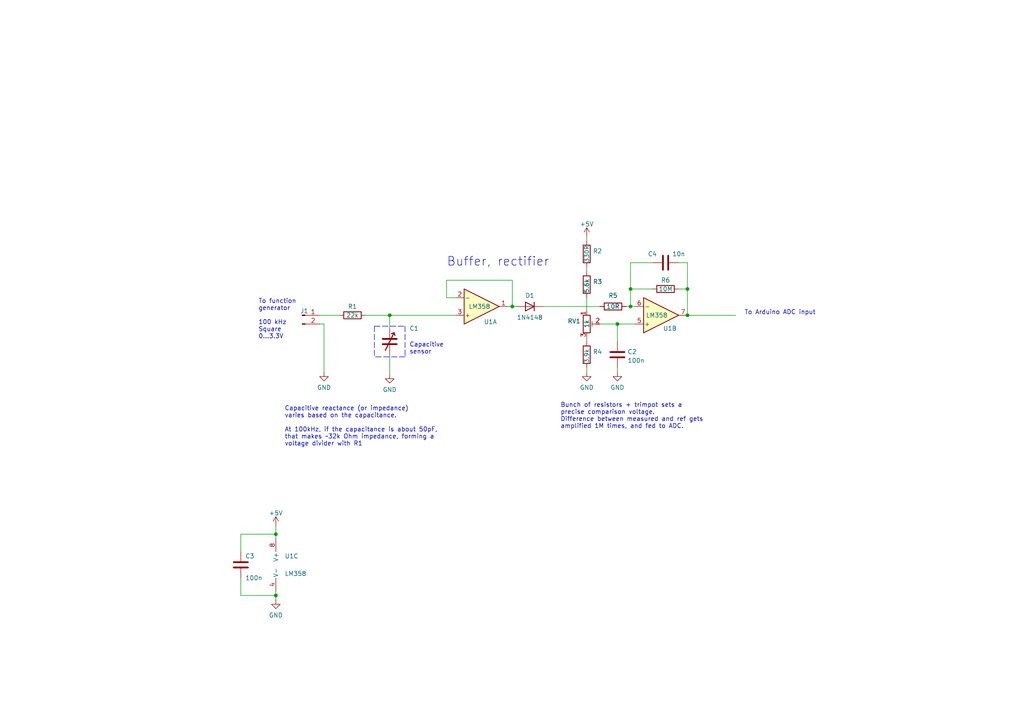
<source format=kicad_sch>
(kicad_sch (version 20211123) (generator eeschema)
  (paper "A4")
  (lib_symbols
    (symbol "Amplifier_Operational:LM358" (pin_names (offset 0.127))
      (property "Reference" "U" (at 0 5.08 0))
      (property "Value" "LM358" (at 0 -5.08 0))
      (symbol "LM358_1_1"
        (polyline (pts (xy -5.08 5.08) (xy 5.08 0) (xy -5.08 -5.08) (xy -5.08 5.08)) (stroke (width 0.254)) (fill (type background)))
        (pin output line (at 7.62 0 180) (length 2.54) (name "~") (number "1"))
        (pin input line (at -7.62 -2.54 0) (length 2.54) (name "-") (number "2"))
        (pin input line (at -7.62 2.54 0) (length 2.54) (name "+") (number "3"))
      )
      (symbol "LM358_2_1"
        (polyline (pts (xy -5.08 5.08) (xy 5.08 0) (xy -5.08 -5.08) (xy -5.08 5.08)) (stroke (width 0.254)) (fill (type background)))
        (pin input line (at -7.62 2.54 0) (length 2.54) (name "+") (number "5"))
        (pin input line (at -7.62 -2.54 0) (length 2.54) (name "-") (number "6"))
        (pin output line (at 7.62 0 180) (length 2.54) (name "~") (number "7"))
      )
      (symbol "LM358_3_1"
        (pin power_in line (at -2.54 -7.62 90) (length 3.81) (name "V-") (number "4"))
        (pin power_in line (at -2.54 7.62 270) (length 3.81) (name "V+") (number "8"))
      )
    )
    (symbol "Connector:Conn_01x02_Male" (pin_names (offset 1.016) hide)
      (property "Reference" "J" (at 0 2.54 0))
      (property "Value" "Conn_01x02_Male" (at 0 -5.08 0))
      (symbol "Conn_01x02_Male_1_1"
        (polyline (pts (xy 1.27 -2.54) (xy 0.8636 -2.54)) (stroke (width 0.1524)))
        (polyline (pts (xy 1.27 0) (xy 0.8636 0)) (stroke (width 0.1524)))
        (rectangle (start 0.8636 -2.413) (end 0 -2.667) (stroke (width 0.1524)) (fill (type outline)))
        (rectangle (start 0.8636 0.127) (end 0 -0.127) (stroke (width 0.1524)) (fill (type outline)))
        (pin passive line (at 5.08 0 180) (length 3.81) (name "Pin_1") (number "1"))
        (pin passive line (at 5.08 -2.54 180) (length 3.81) (name "Pin_2") (number "2"))
      )
    )
    (symbol "Device:C" (pin_numbers hide) (pin_names (offset 0.254))
      (property "Reference" "C" (at 0.635 2.54 0))
      (property "Value" "C" (at 0.635 -2.54 0))
      (symbol "C_0_1"
        (polyline (pts (xy -2.032 -0.762) (xy 2.032 -0.762)) (stroke (width 0.508)))
        (polyline (pts (xy -2.032 0.762) (xy 2.032 0.762)) (stroke (width 0.508)))
      )
      (symbol "C_1_1"
        (pin passive line (at 0 3.81 270) (length 2.794) (name "~") (number "1"))
        (pin passive line (at 0 -3.81 90) (length 2.794) (name "~") (number "2"))
      )
    )
    (symbol "Device:C_Variable" (pin_numbers hide) (pin_names (offset 0.254) hide)
      (property "Reference" "C" (at 0.635 -1.905 0))
      (property "Value" "C_Variable" (at 0.635 -3.81 0))
      (symbol "C_Variable_0_1"
        (polyline (pts (xy -2.032 -0.762) (xy 2.032 -0.762)) (stroke (width 0.508)))
        (polyline (pts (xy -2.032 0.762) (xy 2.032 0.762)) (stroke (width 0.508)))
        (polyline (pts (xy 1.27 2.54) (xy -1.27 -2.54)) (stroke (width 0.3048)))
        (polyline (pts (xy 1.27 2.54) (xy 0.508 2.286)) (stroke (width 0.3048)))
        (polyline (pts (xy 1.27 2.54) (xy 1.524 1.778)) (stroke (width 0.3048)))
      )
      (symbol "C_Variable_1_1"
        (pin passive line (at 0 3.81 270) (length 3.048) (name "~") (number "1"))
        (pin passive line (at 0 -3.81 90) (length 3.048) (name "~") (number "2"))
      )
    )
    (symbol "Device:D" (pin_numbers hide) (pin_names (offset 1.016) hide)
      (property "Reference" "D" (at 0 2.54 0))
      (property "Value" "D" (at 0 -2.54 0))
      (symbol "D_0_1"
        (polyline (pts (xy -1.27 1.27) (xy -1.27 -1.27)) (stroke (width 0.254)))
        (polyline (pts (xy 1.27 0) (xy -1.27 0)))
        (polyline (pts (xy 1.27 1.27) (xy 1.27 -1.27) (xy -1.27 0) (xy 1.27 1.27)) (stroke (width 0.254)))
      )
      (symbol "D_1_1"
        (pin passive line (at -3.81 0 0) (length 2.54) (name "K") (number "1"))
        (pin passive line (at 3.81 0 180) (length 2.54) (name "A") (number "2"))
      )
    )
    (symbol "Device:R" (pin_numbers hide) (pin_names (offset 0))
      (property "Reference" "R" (at 2.032 0 90))
      (property "Value" "R" (at 0 0 90))
      (symbol "R_0_1"
        (rectangle (start -1.016 -2.54) (end 1.016 2.54) (stroke (width 0.254)))
      )
      (symbol "R_1_1"
        (pin passive line (at 0 3.81 270) (length 1.27) (name "~") (number "1"))
        (pin passive line (at 0 -3.81 90) (length 1.27) (name "~") (number "2"))
      )
    )
    (symbol "Device:R_Potentiometer_Trim" (pin_names (offset 1.016) hide)
      (property "Reference" "RV" (at -4.445 0 90))
      (property "Value" "R_Potentiometer_Trim" (at -2.54 0 90))
      (symbol "R_Potentiometer_Trim_0_1"
        (polyline (pts (xy 1.524 0.762) (xy 1.524 -0.762)))
        (polyline (pts (xy 2.54 0) (xy 1.524 0)))
        (rectangle (start 1.016 2.54) (end -1.016 -2.54) (stroke (width 0.254)))
      )
      (symbol "R_Potentiometer_Trim_1_1"
        (pin passive line (at 0 3.81 270) (length 1.27) (name "1") (number "1"))
        (pin passive line (at 3.81 0 180) (length 1.27) (name "2") (number "2"))
        (pin passive line (at 0 -3.81 90) (length 1.27) (name "3") (number "3"))
      )
    )
    (symbol "power:+5V" (power) (pin_names (offset 0))
      (property "Value" "+5V" (at 0 3.556 0))
      (symbol "+5V_0_1"
        (polyline (pts (xy -0.762 1.27) (xy 0 2.54)))
        (polyline (pts (xy 0 0) (xy 0 2.54)))
        (polyline (pts (xy 0 2.54) (xy 0.762 1.27)))
      )
      (symbol "+5V_1_1"
        (pin power_in line (at 0 0 90) (length 0) hide (name "+5V") (number "1"))
      )
    )
    (symbol "power:GND" (power) (pin_names (offset 0))
      (property "Value" "GND" (at 0 -3.81 0))
      (symbol "GND_0_1"
        (polyline (pts (xy 0 0) (xy 0 -1.27) (xy 1.27 -1.27) (xy 0 -2.54) (xy -1.27 -1.27) (xy 0 -1.27)))
      )
      (symbol "GND_1_1"
        (pin power_in line (at 0 0 270) (length 0) hide (name "GND") (number "1"))
      )
    )
  )
  (junction (at 182.88 88.9))
  (junction (at 148.59 88.9))
  (junction (at 179.07 93.98))
  (junction (at 80.01 172.72))
  (junction (at 199.39 83.82))
  (junction (at 199.39 91.44))
  (junction (at 113.03 91.44))
  (junction (at 80.01 154.94))
  (junction (at 182.88 83.82))
  (wire (pts (xy 173.99 93.98) (xy 179.07 93.98)))
  (wire (pts (xy 148.59 88.9) (xy 147.32 88.9)))
  (wire (pts (xy 80.01 154.94) (xy 80.01 156.21)))
  (wire (pts (xy 129.54 81.28) (xy 148.59 81.28)))
  (polyline (pts (xy 117.475 103.505) (xy 108.585 103.505)))
  (wire (pts (xy 196.85 83.82) (xy 199.39 83.82)))
  (wire (pts (xy 80.01 172.72) (xy 80.01 173.99)))
  (wire (pts (xy 129.54 86.36) (xy 129.54 81.28)))
  (wire (pts (xy 132.08 86.36) (xy 129.54 86.36)))
  (wire (pts (xy 93.98 93.98) (xy 93.98 107.95)))
  (wire (pts (xy 69.85 154.94) (xy 69.85 160.02)))
  (wire (pts (xy 182.88 83.82) (xy 182.88 76.2)))
  (wire (pts (xy 80.01 172.72) (xy 80.01 171.45)))
  (wire (pts (xy 170.18 77.47) (xy 170.18 78.74)))
  (wire (pts (xy 179.07 106.68) (xy 179.07 107.95)))
  (wire (pts (xy 182.88 88.9) (xy 184.15 88.9)))
  (wire (pts (xy 179.07 93.98) (xy 179.07 99.06)))
  (wire (pts (xy 199.39 91.44) (xy 213.36 91.44)))
  (polyline (pts (xy 117.475 94.615) (xy 117.475 103.505)))
  (polyline (pts (xy 108.585 94.615) (xy 117.475 94.615)))
  (wire (pts (xy 199.39 76.2) (xy 199.39 83.82)))
  (wire (pts (xy 148.59 81.28) (xy 148.59 88.9)))
  (wire (pts (xy 113.03 91.44) (xy 132.08 91.44)))
  (wire (pts (xy 199.39 83.82) (xy 199.39 91.44)))
  (wire (pts (xy 157.48 88.9) (xy 173.99 88.9)))
  (polyline (pts (xy 108.585 94.615) (xy 108.585 103.505)))
  (wire (pts (xy 179.07 93.98) (xy 184.15 93.98)))
  (wire (pts (xy 196.85 76.2) (xy 199.39 76.2)))
  (wire (pts (xy 113.03 102.87) (xy 113.03 108.585)))
  (wire (pts (xy 92.71 91.44) (xy 98.425 91.44)))
  (wire (pts (xy 148.59 88.9) (xy 149.86 88.9)))
  (wire (pts (xy 92.71 93.98) (xy 93.98 93.98)))
  (wire (pts (xy 181.61 88.9) (xy 182.88 88.9)))
  (wire (pts (xy 106.045 91.44) (xy 113.03 91.44)))
  (wire (pts (xy 182.88 76.2) (xy 189.23 76.2)))
  (wire (pts (xy 182.88 88.9) (xy 182.88 83.82)))
  (wire (pts (xy 69.85 167.64) (xy 69.85 172.72)))
  (wire (pts (xy 182.88 83.82) (xy 189.23 83.82)))
  (wire (pts (xy 69.85 154.94) (xy 80.01 154.94)))
  (wire (pts (xy 80.01 152.4) (xy 80.01 154.94)))
  (wire (pts (xy 170.18 97.79) (xy 170.18 99.06)))
  (wire (pts (xy 69.85 172.72) (xy 80.01 172.72)))
  (wire (pts (xy 113.03 91.44) (xy 113.03 95.25)))
  (wire (pts (xy 170.18 106.68) (xy 170.18 107.95)))
  (wire (pts (xy 170.18 86.36) (xy 170.18 90.17)))
  (wire (pts (xy 170.18 68.58) (xy 170.18 69.85)))
  (text "Capacitive\nsensor" (at 118.745 102.87 0) (effects (font (size 1.27 1.27)) (justify left bottom)))
  (text "Capacitive reactance (or impedance)\nvaries based on the capacitance.\n\nAt 100kHz, if the capacitance is about 50pF,\nthat makes ~32k Ohm impedance, forming a\nvoltage divider with R1" (at 82.55 129.54 0) (effects (font (size 1.27 1.27)) (justify left bottom)))
  (text "Buffer, rectifier" (at 129.54 77.47 0) (effects (font (size 2.54 2.54)) (justify left bottom)))
  (text "Bunch of resistors + trimpot sets a\nprecise comparison voltage.\nDifference between measured and ref gets\namplified 1M times, and fed to ADC." (at 162.56 124.46 0) (effects (font (size 1.27 1.27)) (justify left bottom)))
  (text "To Arduino ADC input" (at 215.9 91.44 0) (effects (font (size 1.27 1.27)) (justify left bottom)))
  (text "To function\ngenerator\n\n100 kHz\nSquare\n0...3.3V" (at 74.93 98.425 0) (effects (font (size 1.27 1.27)) (justify left bottom)))
  (symbol (lib_id "Device:R") (at 177.8 88.9 90) (unit 1)
    (property "Reference" "R5" (at 177.8 85.725 90))
    (property "Value" "10R" (at 177.8 88.9 90))
  )
  (symbol (lib_id "power:GND") (at 113.03 108.585 0) (unit 1)
    (property "Reference" "#PWR?" (effects hide))
    (property "Value" "GND" (at 113.03 113.0284 0))
  )
  (symbol (lib_id "Device:R") (at 170.18 102.87 0) (unit 1)
    (property "Reference" "R4" (at 171.958 102.0353 0) (effects (justify left)))
    (property "Value" "3.9k" (at 170.18 105.41 90) (effects (justify left)))
  )
  (symbol (lib_id "Device:R") (at 170.18 73.66 0) (unit 1)
    (property "Reference" "R2" (at 171.958 72.8253 0) (effects (justify left)))
    (property "Value" "330R" (at 170.18 76.2 90) (effects (justify left)))
  )
  (symbol (lib_id "Device:C") (at 193.04 76.2 90) (unit 1)
    (property "Reference" "C4" (at 189.23 73.66 90))
    (property "Value" "10n" (at 196.85 73.66 90))
  )
  (symbol (lib_id "Device:C") (at 69.85 163.83 0) (unit 1)
    (property "Reference" "C3" (at 71.12 161.29 0) (effects (justify left)))
    (property "Value" "100n" (at 71.12 167.64 0) (effects (justify left)))
  )
  (symbol (lib_id "power:GND") (at 179.07 107.95 0) (unit 1)
    (property "Reference" "#PWR?" (effects hide))
    (property "Value" "GND" (at 179.07 112.3934 0))
  )
  (symbol (lib_id "Device:C") (at 179.07 102.87 0) (unit 1)
    (property "Reference" "C2" (at 181.991 102.0353 0) (effects (justify left)))
    (property "Value" "100n" (at 181.991 104.5722 0) (effects (justify left)))
  )
  (symbol (lib_id "Device:R_Potentiometer_Trim") (at 170.18 93.98 0) (unit 1)
    (property "Reference" "RV1" (at 168.4021 93.1453 0) (effects (justify right)))
    (property "Value" "1k" (at 170.18 92.71 90) (effects (justify right)))
  )
  (symbol (lib_id "power:+5V") (at 80.01 152.4 0) (unit 1)
    (property "Reference" "#PWR?" (effects hide))
    (property "Value" "+5V" (at 80.01 148.8242 0))
  )
  (symbol (lib_id "power:GND") (at 170.18 107.95 0) (unit 1)
    (property "Reference" "#PWR?" (effects hide))
    (property "Value" "GND" (at 170.18 112.3934 0))
  )
  (symbol (lib_id "Device:R") (at 170.18 82.55 0) (unit 1)
    (property "Reference" "R3" (at 171.958 81.7153 0) (effects (justify left)))
    (property "Value" "5.6k" (at 170.18 85.09 90) (effects (justify left)))
  )
  (symbol (lib_id "power:+5V") (at 170.18 68.58 0) (unit 1)
    (property "Reference" "#PWR?" (effects hide))
    (property "Value" "+5V" (at 170.18 65.0042 0))
  )
  (symbol (lib_id "Connector:Conn_01x02_Male") (at 87.63 91.44 0) (unit 1)
    (property "Reference" "J1" (at 88.265 90.201 0))
    (property "Value" "Conn_01x02_Male" (effects hide))
  )
  (symbol (lib_id "Device:C_Variable") (at 113.03 99.06 0) (unit 1)
    (property "Reference" "C1" (at 118.745 95.25 0) (effects (justify left)))
    (property "Value" "C_Variable" (effects hide))
  )
  (symbol (lib_id "power:GND") (at 93.98 107.95 0) (unit 1)
    (property "Reference" "#PWR?" (effects hide))
    (property "Value" "GND" (at 93.98 112.3934 0))
  )
  (symbol (lib_id "Device:R") (at 193.04 83.82 90) (unit 1)
    (property "Reference" "R6" (at 193.04 81.28 90))
    (property "Value" "10M" (at 193.04 83.82 90))
  )
  (symbol (lib_id "Amplifier_Operational:LM358") (at 82.55 163.83 0) (unit 3)
    (property "Reference" "U1" (at 82.55 161.29 0) (effects (justify left)))
    (property "Value" "LM358" (at 82.55 166.37 0) (effects (justify left)))
    (property "Datasheet" "http://www.ti.com/lit/ds/symlink/lm2904-n.pdf" (effects hide))
  )
  (symbol (lib_id "Device:R") (at 102.235 91.44 90) (unit 1)
    (property "Reference" "R1" (at 102.235 88.9 90))
    (property "Value" "22k" (at 102.235 91.44 90))
  )
  (symbol (lib_id "Amplifier_Operational:LM358") (at 139.7 88.9 0) (mirror x) (unit 1)
    (property "Reference" "U1" (at 142.24 93.345 0))
    (property "Value" "LM358" (at 139.065 88.9 0))
    (property "Datasheet" "http://www.ti.com/lit/ds/symlink/lm2904-n.pdf" (effects hide))
  )
  (symbol (lib_id "power:GND") (at 80.01 173.99 0) (unit 1)
    (property "Reference" "#PWR?" (effects hide))
    (property "Value" "GND" (at 80.01 178.4334 0))
  )
  (symbol (lib_id "Device:D") (at 153.67 88.9 180) (unit 1)
    (property "Reference" "D1" (at 153.67 85.725 0))
    (property "Value" "1N4148" (at 153.67 92.075 0))
  )
  (symbol (lib_id "Amplifier_Operational:LM358") (at 191.77 91.44 0) (mirror x) (unit 2)
    (property "Reference" "U1" (at 194.31 95.25 0))
    (property "Value" "LM358" (at 190.5 91.44 0))
    (property "Datasheet" "http://www.ti.com/lit/ds/symlink/lm2904-n.pdf" (effects hide))
  )
)
</source>
